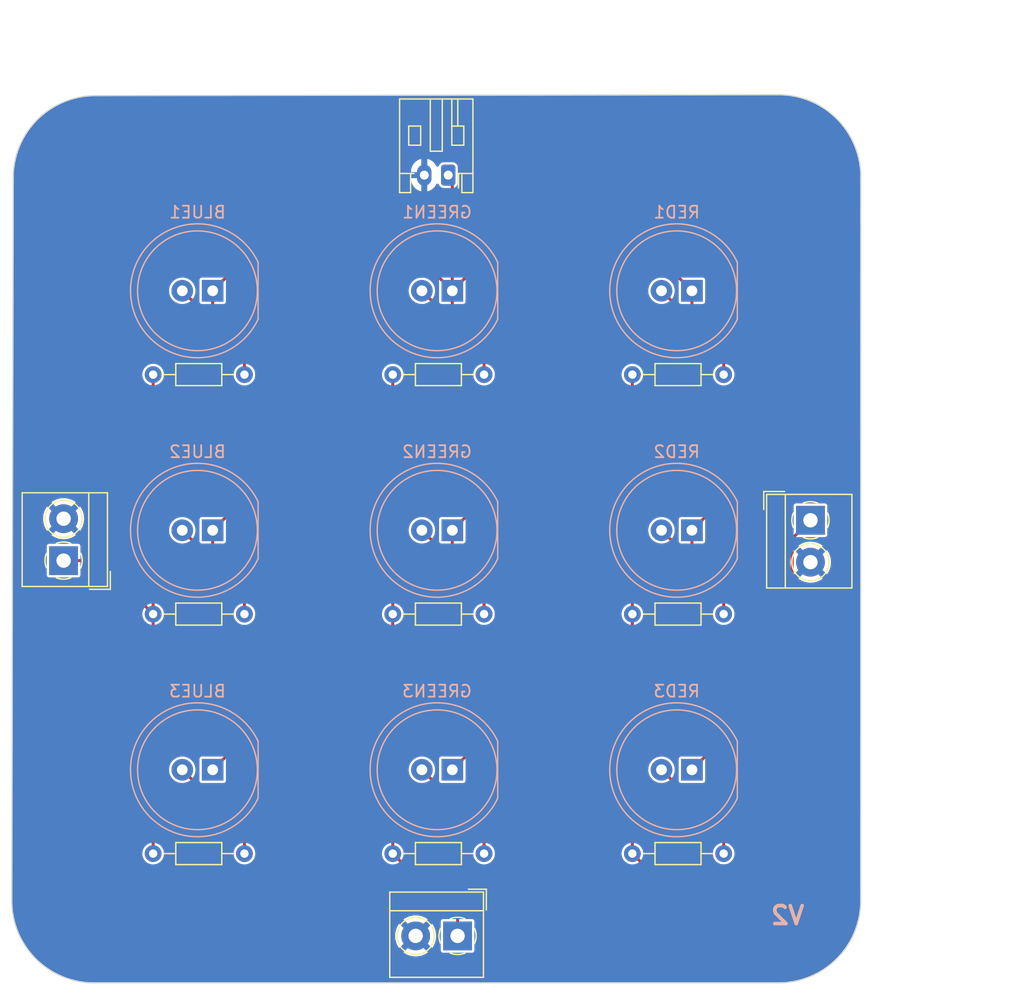
<source format=kicad_pcb>
(kicad_pcb (version 20210228) (generator pcbnew)
  (layers (0 "F.Cu" signal) (31 "B.Cu" signal) (34 "B.Paste" user) (35 "F.Paste" user) (36 "B.SilkS" user "B.Silkscreen") (37 "F.SilkS" user "F.Silkscreen") (38 "B.Mask" user) (39 "F.Mask" user) (44 "Edge.Cuts" user))
  (net 0 "")
  (net 1 "Net-(BLUE1-Pad2)")
  (net 2 "+BATT")
  (net 3 "Net-(BLUE2-Pad2)")
  (net 4 "Net-(BLUE3-Pad2)")
  (net 5 "Net-(GREEN1-Pad2)")
  (net 6 "Net-(GREEN2-Pad2)")
  (net 7 "Net-(GREEN3-Pad2)")
  (net 8 "GND")
  (net 9 "Net-(R4-Pad1)")
  (net 10 "Net-(R5-Pad1)")
  (net 11 "Net-(R6-Pad1)")
  (net 12 "Net-(R1-Pad2)")
  (net 13 "Net-(R4-Pad2)")
  (net 14 "Net-(R7-Pad2)")
  (footprint "Resistor_THT:R_Axial_DIN0204_L3.6mm_D1.6mm_P7.62mm_Horizontal" (layer "F.Cu") (at 156.26 71.8875 180)
    (fp_text reference "R7")
    (fp_text value "110")
    (fp_line (start 5.73 -0.92) (end 1.89 -0.92) (layer "F.SilkS") (width 0.12))
    (fp_line (start 1.89 -0.92) (end 1.89 0.92) (layer "F.SilkS") (width 0.12))
    (fp_line (start 0.94 0) (end 1.89 0) (layer "F.SilkS") (width 0.12))
    (fp_line (start 6.68 0) (end 5.73 0) (layer "F.SilkS") (width 0.12))
    (fp_line (start 5.73 0.92) (end 5.73 -0.92) (layer "F.SilkS") (width 0.12))
    (fp_line (start 1.89 0.92) (end 5.73 0.92) (layer "F.SilkS") (width 0.12))
    (pad "1" thru_hole circle (at 0 0 180) (size 1.4 1.4) (drill 0.7) (layers *.Cu *.Mask) (net 5 "Net-(GREEN1-Pad2)"))
    (pad "2" thru_hole oval (at 7.62 0 180) (size 1.4 1.4) (drill 0.7) (layers *.Cu *.Mask) (net 14 "Net-(R7-Pad2)"))
  )
  (footprint "TerminalBlock_4Ucon:TerminalBlock_4Ucon_1x02_P3.50mm_Horizontal" (layer "F.Cu") (at 121.165 87.41875 90)
    (fp_text reference "SW1")
    (fp_text value "SW_Push")
    (fp_line (start -2.16 2.1) (end 5.66 2.1) (layer "F.SilkS") (width 0.12))
    (fp_line (start -2.16 -3.46) (end 5.66 -3.46) (layer "F.SilkS") (width 0.12))
    (fp_line (start -2.16 -3.46) (end -2.16 3.66) (layer "F.SilkS") (width 0.12))
    (fp_line (start -2.4 2.16) (end -2.4 3.9) (layer "F.SilkS") (width 0.12))
    (fp_line (start -2.4 3.9) (end -0.9 3.9) (layer "F.SilkS") (width 0.12))
    (fp_line (start -2.16 3.66) (end 5.66 3.66) (layer "F.SilkS") (width 0.12))
    (fp_line (start 5.66 -3.46) (end 5.66 3.66) (layer "F.SilkS") (width 0.12))
    (fp_arc (start 0 0) (end 0 1.555) (angle -23) (layer "F.SilkS") (width 0.12))
    (fp_arc (start 0 0) (end -1.432 -0.608) (angle -46) (layer "F.SilkS") (width 0.12))
    (fp_arc (start 0 0) (end 1.432 0.608) (angle -46) (layer "F.SilkS") (width 0.12))
    (fp_arc (start 0 0) (end -0.608 1.432) (angle -24) (layer "F.SilkS") (width 0.12))
    (fp_arc (start 0 0) (end 0.608 -1.432) (angle -46) (layer "F.SilkS") (width 0.12))
    (fp_circle (center 3.5 0) (end 5.055 0) (layer "F.SilkS") (width 0.12) (fill none))
    (pad "1" thru_hole rect (at 0 0 90) (size 2.4 2.4) (drill 1.2) (layers *.Cu *.Mask) (net 12 "Net-(R1-Pad2)"))
    (pad "2" thru_hole circle (at 3.5 0 90) (size 2.4 2.4) (drill 1.2) (layers *.Cu *.Mask) (net 8 "GND"))
  )
  (footprint "Resistor_THT:R_Axial_DIN0204_L3.6mm_D1.6mm_P7.62mm_Horizontal" (layer "F.Cu") (at 176.26 71.8875 180)
    (fp_text reference "R4")
    (fp_text value "110")
    (fp_line (start 5.73 0.92) (end 5.73 -0.92) (layer "F.SilkS") (width 0.12))
    (fp_line (start 1.89 -0.92) (end 1.89 0.92) (layer "F.SilkS") (width 0.12))
    (fp_line (start 1.89 0.92) (end 5.73 0.92) (layer "F.SilkS") (width 0.12))
    (fp_line (start 5.73 -0.92) (end 1.89 -0.92) (layer "F.SilkS") (width 0.12))
    (fp_line (start 6.68 0) (end 5.73 0) (layer "F.SilkS") (width 0.12))
    (fp_line (start 0.94 0) (end 1.89 0) (layer "F.SilkS") (width 0.12))
    (pad "1" thru_hole circle (at 0 0 180) (size 1.4 1.4) (drill 0.7) (layers *.Cu *.Mask) (net 9 "Net-(R4-Pad1)"))
    (pad "2" thru_hole oval (at 7.62 0 180) (size 1.4 1.4) (drill 0.7) (layers *.Cu *.Mask) (net 13 "Net-(R4-Pad2)"))
  )
  (footprint "Resistor_THT:R_Axial_DIN0204_L3.6mm_D1.6mm_P7.62mm_Horizontal" (layer "F.Cu") (at 176.26 91.8875 180)
    (fp_text reference "R5")
    (fp_text value "110")
    (fp_line (start 0.94 0) (end 1.89 0) (layer "F.SilkS") (width 0.12))
    (fp_line (start 1.89 0.92) (end 5.73 0.92) (layer "F.SilkS") (width 0.12))
    (fp_line (start 1.89 -0.92) (end 1.89 0.92) (layer "F.SilkS") (width 0.12))
    (fp_line (start 6.68 0) (end 5.73 0) (layer "F.SilkS") (width 0.12))
    (fp_line (start 5.73 0.92) (end 5.73 -0.92) (layer "F.SilkS") (width 0.12))
    (fp_line (start 5.73 -0.92) (end 1.89 -0.92) (layer "F.SilkS") (width 0.12))
    (pad "1" thru_hole circle (at 0 0 180) (size 1.4 1.4) (drill 0.7) (layers *.Cu *.Mask) (net 10 "Net-(R5-Pad1)"))
    (pad "2" thru_hole oval (at 7.62 0 180) (size 1.4 1.4) (drill 0.7) (layers *.Cu *.Mask) (net 13 "Net-(R4-Pad2)"))
  )
  (footprint "art:drawing" (layer "F.Cu") (at 142.345232 95.318579)
    (fp_text reference "Ref**" hide)
    (fp_text value "Val**" hide)
    (fp_poly (pts (xy -0.337085 -1.578069) (xy -0.167054 -1.519732) (xy -0.015733 -1.431516) (xy 0.039582 -1.386384) (xy 0.127 -1.307407) (xy 0.214418 -1.386384) (xy 0.354763 -1.486232) (xy 0.518238 -1.557453) (xy 0.69429 -1.59706) (xy 0.872365 -1.602066) (xy 0.945053 -1.593161) (xy 1.136725 -1.540014) (xy 1.308834 -1.451908) (xy 1.458402 -1.332835) (xy 1.582448 -1.186788) (xy 1.677993 -1.017757) (xy 1.742057 -0.829736) (xy 1.771659 -0.626715) (xy 1.770897 -0.486833) (xy 1.738755 -0.26962) (xy 1.672074 -0.075633) (xy 1.600263 0.052917) (xy 1.575518 0.084412) (xy 1.526509 0.142007) (xy 1.456546 0.222068) (xy 1.368938 0.320959) (xy 1.266997 0.435047) (xy 1.154031 0.560697) (xy 1.03335 0.694272) (xy 0.908265 0.83214) (xy 0.782085 0.970665) (xy 0.658121 1.106212) (xy 0.539682 1.235147) (xy 0.430078 1.353835) (xy 0.33262 1.45864) (xy 0.250616 1.545929) (xy 0.187377 1.612067) (xy 0.146213 1.653418) (xy 0.130992 1.666384) (xy 0.114243 1.652212) (xy 0.07175 1.609725) (xy 0.006301 1.541883) (xy -0.079314 1.451644) (xy -0.182307 1.341966) (xy -0.299888 1.215808) (xy -0.429268 1.076128) (xy -0.56766 0.925885) (xy -0.590295 0.901235) (xy -0.732322 0.745875) (xy -0.867257 0.597079) (xy -0.992033 0.45831) (xy -1.103582 0.333037) (xy -1.198837 0.224723) (xy -1.27473 0.136836) (xy -1.328196 0.072842) (xy -1.356165 0.036206) (xy -1.357051 0.034816) (xy -1.433503 -0.109561) (xy -1.482447 -0.257737) (xy -1.507278 -0.422525) (xy -1.512122 -0.550333) (xy -1.510167 -0.670051) (xy -1.502126 -0.762622) (xy -1.48604 -0.84303) (xy -1.464764 -0.912464) (xy -1.378145 -1.105715) (xy -1.2619 -1.271472) (xy -1.119003 -1.407119) (xy -0.952431 -1.510039) (xy -0.765157 -1.577613) (xy -0.691053 -1.593161) (xy -0.515269 -1.603541) (xy -0.337085 -1.578069)) (layer "F.Cu") (width 0.01) (fill solid))
  )
  (footprint "TerminalBlock_4Ucon:TerminalBlock_4Ucon_1x02_P3.50mm_Horizontal" (layer "F.Cu") (at 183.505 84.05 -90)
    (fp_text reference "SW2")
    (fp_text value "SW_Push")
    (fp_line (start -2.16 3.66) (end 5.66 3.66) (layer "F.SilkS") (width 0.12))
    (fp_line (start -2.16 -3.46) (end -2.16 3.66) (layer "F.SilkS") (width 0.12))
    (fp_line (start -2.16 -3.46) (end 5.66 -3.46) (layer "F.SilkS") (width 0.12))
    (fp_line (start -2.4 2.16) (end -2.4 3.9) (layer "F.SilkS") (width 0.12))
    (fp_line (start 5.66 -3.46) (end 5.66 3.66) (layer "F.SilkS") (width 0.12))
    (fp_line (start -2.16 2.1) (end 5.66 2.1) (layer "F.SilkS") (width 0.12))
    (fp_line (start -2.4 3.9) (end -0.9 3.9) (layer "F.SilkS") (width 0.12))
    (fp_arc (start 0 0) (end -1.432 -0.608) (angle -46) (layer "F.SilkS") (width 0.12))
    (fp_arc (start 0 0) (end 0 1.555) (angle -23) (layer "F.SilkS") (width 0.12))
    (fp_arc (start 0 0) (end 0.608 -1.432) (angle -46) (layer "F.SilkS") (width 0.12))
    (fp_arc (start 0 0) (end 1.432 0.608) (angle -46) (layer "F.SilkS") (width 0.12))
    (fp_arc (start 0 0) (end -0.608 1.432) (angle -24) (layer "F.SilkS") (width 0.12))
    (fp_circle (center 3.5 0) (end 5.055 0) (layer "F.SilkS") (width 0.12) (fill none))
    (pad "1" thru_hole rect (at 0 0 270) (size 2.4 2.4) (drill 1.2) (layers *.Cu *.Mask) (net 13 "Net-(R4-Pad2)"))
    (pad "2" thru_hole circle (at 3.5 0 270) (size 2.4 2.4) (drill 1.2) (layers *.Cu *.Mask) (net 8 "GND"))
  )
  (footprint "Resistor_THT:R_Axial_DIN0204_L3.6mm_D1.6mm_P7.62mm_Horizontal" (layer "F.Cu") (at 136.26 71.8875 180)
    (fp_text reference "R1")
    (fp_text value "110")
    (fp_line (start 0.94 0) (end 1.89 0) (layer "F.SilkS") (width 0.12))
    (fp_line (start 5.73 -0.92) (end 1.89 -0.92) (layer "F.SilkS") (width 0.12))
    (fp_line (start 5.73 0.92) (end 5.73 -0.92) (layer "F.SilkS") (width 0.12))
    (fp_line (start 6.68 0) (end 5.73 0) (layer "F.SilkS") (width 0.12))
    (fp_line (start 1.89 -0.92) (end 1.89 0.92) (layer "F.SilkS") (width 0.12))
    (fp_line (start 1.89 0.92) (end 5.73 0.92) (layer "F.SilkS") (width 0.12))
    (pad "1" thru_hole circle (at 0 0 180) (size 1.4 1.4) (drill 0.7) (layers *.Cu *.Mask) (net 1 "Net-(BLUE1-Pad2)"))
    (pad "2" thru_hole oval (at 7.62 0 180) (size 1.4 1.4) (drill 0.7) (layers *.Cu *.Mask) (net 12 "Net-(R1-Pad2)"))
  )
  (footprint "Resistor_THT:R_Axial_DIN0204_L3.6mm_D1.6mm_P7.62mm_Horizontal" (layer "F.Cu") (at 156.26 111.8875 180)
    (fp_text reference "R9")
    (fp_text value "110")
    (fp_line (start 5.73 0.92) (end 5.73 -0.92) (layer "F.SilkS") (width 0.12))
    (fp_line (start 0.94 0) (end 1.89 0) (layer "F.SilkS") (width 0.12))
    (fp_line (start 5.73 -0.92) (end 1.89 -0.92) (layer "F.SilkS") (width 0.12))
    (fp_line (start 1.89 0.92) (end 5.73 0.92) (layer "F.SilkS") (width 0.12))
    (fp_line (start 6.68 0) (end 5.73 0) (layer "F.SilkS") (width 0.12))
    (fp_line (start 1.89 -0.92) (end 1.89 0.92) (layer "F.SilkS") (width 0.12))
    (pad "1" thru_hole circle (at 0 0 180) (size 1.4 1.4) (drill 0.7) (layers *.Cu *.Mask) (net 7 "Net-(GREEN3-Pad2)"))
    (pad "2" thru_hole oval (at 7.62 0 180) (size 1.4 1.4) (drill 0.7) (layers *.Cu *.Mask) (net 14 "Net-(R7-Pad2)"))
  )
  (footprint "Resistor_THT:R_Axial_DIN0204_L3.6mm_D1.6mm_P7.62mm_Horizontal" (layer "F.Cu") (at 156.26 91.8875 180)
    (fp_text reference "R8")
    (fp_text value "110")
    (fp_line (start 1.89 0.92) (end 5.73 0.92) (layer "F.SilkS") (width 0.12))
    (fp_line (start 5.73 -0.92) (end 1.89 -0.92) (layer "F.SilkS") (width 0.12))
    (fp_line (start 0.94 0) (end 1.89 0) (layer "F.SilkS") (width 0.12))
    (fp_line (start 5.73 0.92) (end 5.73 -0.92) (layer "F.SilkS") (width 0.12))
    (fp_line (start 1.89 -0.92) (end 1.89 0.92) (layer "F.SilkS") (width 0.12))
    (fp_line (start 6.68 0) (end 5.73 0) (layer "F.SilkS") (width 0.12))
    (pad "1" thru_hole circle (at 0 0 180) (size 1.4 1.4) (drill 0.7) (layers *.Cu *.Mask) (net 6 "Net-(GREEN2-Pad2)"))
    (pad "2" thru_hole oval (at 7.62 0 180) (size 1.4 1.4) (drill 0.7) (layers *.Cu *.Mask) (net 14 "Net-(R7-Pad2)"))
  )
  (footprint "art:drawing" (layer "F.Cu") (at 162.345232 95.318579)
    (fp_text reference "Ref**" hide)
    (fp_text value "Val**" hide)
    (fp_poly (pts (xy -0.337085 -1.578069) (xy -0.167054 -1.519732) (xy -0.015733 -1.431516) (xy 0.039582 -1.386384) (xy 0.127 -1.307407) (xy 0.214418 -1.386384) (xy 0.354763 -1.486232) (xy 0.518238 -1.557453) (xy 0.69429 -1.59706) (xy 0.872365 -1.602066) (xy 0.945053 -1.593161) (xy 1.136725 -1.540014) (xy 1.308834 -1.451908) (xy 1.458402 -1.332835) (xy 1.582448 -1.186788) (xy 1.677993 -1.017757) (xy 1.742057 -0.829736) (xy 1.771659 -0.626715) (xy 1.770897 -0.486833) (xy 1.738755 -0.26962) (xy 1.672074 -0.075633) (xy 1.600263 0.052917) (xy 1.575518 0.084412) (xy 1.526509 0.142007) (xy 1.456546 0.222068) (xy 1.368938 0.320959) (xy 1.266997 0.435047) (xy 1.154031 0.560697) (xy 1.03335 0.694272) (xy 0.908265 0.83214) (xy 0.782085 0.970665) (xy 0.658121 1.106212) (xy 0.539682 1.235147) (xy 0.430078 1.353835) (xy 0.33262 1.45864) (xy 0.250616 1.545929) (xy 0.187377 1.612067) (xy 0.146213 1.653418) (xy 0.130992 1.666384) (xy 0.114243 1.652212) (xy 0.07175 1.609725) (xy 0.006301 1.541883) (xy -0.079314 1.451644) (xy -0.182307 1.341966) (xy -0.299888 1.215808) (xy -0.429268 1.076128) (xy -0.56766 0.925885) (xy -0.590295 0.901235) (xy -0.732322 0.745875) (xy -0.867257 0.597079) (xy -0.992033 0.45831) (xy -1.103582 0.333037) (xy -1.198837 0.224723) (xy -1.27473 0.136836) (xy -1.328196 0.072842) (xy -1.356165 0.036206) (xy -1.357051 0.034816) (xy -1.433503 -0.109561) (xy -1.482447 -0.257737) (xy -1.507278 -0.422525) (xy -1.512122 -0.550333) (xy -1.510167 -0.670051) (xy -1.502126 -0.762622) (xy -1.48604 -0.84303) (xy -1.464764 -0.912464) (xy -1.378145 -1.105715) (xy -1.2619 -1.271472) (xy -1.119003 -1.407119) (xy -0.952431 -1.510039) (xy -0.765157 -1.577613) (xy -0.691053 -1.593161) (xy -0.515269 -1.603541) (xy -0.337085 -1.578069)) (layer "F.Cu") (width 0.01) (fill solid))
  )
  (footprint "art:drawing" (layer "F.Cu") (at 142.345232 75.318579)
    (fp_text reference "Ref**" hide)
    (fp_text value "Val**" hide)
    (fp_poly (pts (xy -0.337085 -1.578069) (xy -0.167054 -1.519732) (xy -0.015733 -1.431516) (xy 0.039582 -1.386384) (xy 0.127 -1.307407) (xy 0.214418 -1.386384) (xy 0.354763 -1.486232) (xy 0.518238 -1.557453) (xy 0.69429 -1.59706) (xy 0.872365 -1.602066) (xy 0.945053 -1.593161) (xy 1.136725 -1.540014) (xy 1.308834 -1.451908) (xy 1.458402 -1.332835) (xy 1.582448 -1.186788) (xy 1.677993 -1.017757) (xy 1.742057 -0.829736) (xy 1.771659 -0.626715) (xy 1.770897 -0.486833) (xy 1.738755 -0.26962) (xy 1.672074 -0.075633) (xy 1.600263 0.052917) (xy 1.575518 0.084412) (xy 1.526509 0.142007) (xy 1.456546 0.222068) (xy 1.368938 0.320959) (xy 1.266997 0.435047) (xy 1.154031 0.560697) (xy 1.03335 0.694272) (xy 0.908265 0.83214) (xy 0.782085 0.970665) (xy 0.658121 1.106212) (xy 0.539682 1.235147) (xy 0.430078 1.353835) (xy 0.33262 1.45864) (xy 0.250616 1.545929) (xy 0.187377 1.612067) (xy 0.146213 1.653418) (xy 0.130992 1.666384) (xy 0.114243 1.652212) (xy 0.07175 1.609725) (xy 0.006301 1.541883) (xy -0.079314 1.451644) (xy -0.182307 1.341966) (xy -0.299888 1.215808) (xy -0.429268 1.076128) (xy -0.56766 0.925885) (xy -0.590295 0.901235) (xy -0.732322 0.745875) (xy -0.867257 0.597079) (xy -0.992033 0.45831) (xy -1.103582 0.333037) (xy -1.198837 0.224723) (xy -1.27473 0.136836) (xy -1.328196 0.072842) (xy -1.356165 0.036206) (xy -1.357051 0.034816) (xy -1.433503 -0.109561) (xy -1.482447 -0.257737) (xy -1.507278 -0.422525) (xy -1.512122 -0.550333) (xy -1.510167 -0.670051) (xy -1.502126 -0.762622) (xy -1.48604 -0.84303) (xy -1.464764 -0.912464) (xy -1.378145 -1.105715) (xy -1.2619 -1.271472) (xy -1.119003 -1.407119) (xy -0.952431 -1.510039) (xy -0.765157 -1.577613) (xy -0.691053 -1.593161) (xy -0.515269 -1.603541) (xy -0.337085 -1.578069)) (layer "F.Cu") (width 0.01) (fill solid))
  )
  (footprint "Connector_JST:JST_PH_S2B-PH-K_1x02_P2.00mm_Horizontal" (layer "F.Cu") (at 153.27 55.23 180)
    (fp_text reference "J1")
    (fp_text value "Screw_Terminal_01x02")
    (fp_line (start -0.3 2.5) (end -1.3 2.5) (layer "F.SilkS") (width 0.12))
    (fp_line (start 2.3 2.5) (end 3.3 2.5) (layer "F.SilkS") (width 0.12))
    (fp_line (start -1.14 -1.46) (end -2.06 -1.46) (layer "F.SilkS") (width 0.12))
    (fp_line (start 4.06 -1.46) (end 3.14 -1.46) (layer "F.SilkS") (width 0.12))
    (fp_line (start 3.3 2.5) (end 3.3 4.1) (layer "F.SilkS") (width 0.12))
    (fp_line (start -2.06 -1.46) (end -2.06 6.36) (layer "F.SilkS") (width 0.12))
    (fp_line (start -1.14 0.14) (end -1.14 -1.46) (layer "F.SilkS") (width 0.12))
    (fp_line (start -0.86 0.14) (end -0.86 -1.075) (layer "F.SilkS") (width 0.12))
    (fp_line (start 0.5 6.36) (end 0.5 2) (layer "F.SilkS") (width 0.12))
    (fp_line (start 1.5 2) (end 1.5 6.36) (layer "F.SilkS") (width 0.12))
    (fp_line (start 3.3 4.1) (end 2.3 4.1) (layer "F.SilkS") (width 0.12))
    (fp_line (start 3.14 -1.46) (end 3.14 0.14) (layer "F.SilkS") (width 0.12))
    (fp_line (start -2.06 0.14) (end -1.14 0.14) (layer "F.SilkS") (width 0.12))
    (fp_line (start -0.3 4.1) (end -0.3 2.5) (layer "F.SilkS") (width 0.12))
    (fp_line (start 4.06 0.14) (end 3.14 0.14) (layer "F.SilkS") (width 0.12))
    (fp_line (start -2.06 6.36) (end 4.06 6.36) (layer "F.SilkS") (width 0.12))
    (fp_line (start -1.3 2.5) (end -1.3 4.1) (layer "F.SilkS") (width 0.12))
    (fp_line (start 0.5 2) (end 1.5 2) (layer "F.SilkS") (width 0.12))
    (fp_line (start -1.3 4.1) (end -0.3 4.1) (layer "F.SilkS") (width 0.12))
    (fp_line (start 2.3 4.1) (end 2.3 2.5) (layer "F.SilkS") (width 0.12))
    (fp_line (start -0.86 0.14) (end -1.14 0.14) (layer "F.SilkS") (width 0.12))
    (fp_line (start 3.14 0.14) (end 2.86 0.14) (layer "F.SilkS") (width 0.12))
    (fp_line (start -0.8 4.1) (end -0.8 6.36) (layer "F.SilkS") (width 0.12))
    (fp_line (start -0.3 4.1) (end -0.3 6.36) (layer "F.SilkS") (width 0.12))
    (fp_line (start 4.06 6.36) (end 4.06 -1.46) (layer "F.SilkS") (width 0.12))
    (pad "1" thru_hole roundrect (at 0 0 180) (size 1.2 1.75) (drill 0.75) (layers *.Cu *.Mask) (roundrect_rratio 0.2083333333333333) (net 2 "+BATT"))
    (pad "2" thru_hole oval (at 2 0 180) (size 1.2 1.75) (drill 0.75) (layers *.Cu *.Mask) (net 8 "GND"))
  )
  (footprint "art:drawing" (layer "F.Cu") (at 162.345232 75.318579)
    (fp_text reference "Ref**" hide)
    (fp_text value "Val**" hide)
    (fp_poly (pts (xy -0.337085 -1.578069) (xy -0.167054 -1.519732) (xy -0.015733 -1.431516) (xy 0.039582 -1.386384) (xy 0.127 -1.307407) (xy 0.214418 -1.386384) (xy 0.354763 -1.486232) (xy 0.518238 -1.557453) (xy 0.69429 -1.59706) (xy 0.872365 -1.602066) (xy 0.945053 -1.593161) (xy 1.136725 -1.540014) (xy 1.308834 -1.451908) (xy 1.458402 -1.332835) (xy 1.582448 -1.186788) (xy 1.677993 -1.017757) (xy 1.742057 -0.829736) (xy 1.771659 -0.626715) (xy 1.770897 -0.486833) (xy 1.738755 -0.26962) (xy 1.672074 -0.075633) (xy 1.600263 0.052917) (xy 1.575518 0.084412) (xy 1.526509 0.142007) (xy 1.456546 0.222068) (xy 1.368938 0.320959) (xy 1.266997 0.435047) (xy 1.154031 0.560697) (xy 1.03335 0.694272) (xy 0.908265 0.83214) (xy 0.782085 0.970665) (xy 0.658121 1.106212) (xy 0.539682 1.235147) (xy 0.430078 1.353835) (xy 0.33262 1.45864) (xy 0.250616 1.545929) (xy 0.187377 1.612067) (xy 0.146213 1.653418) (xy 0.130992 1.666384) (xy 0.114243 1.652212) (xy 0.07175 1.609725) (xy 0.006301 1.541883) (xy -0.079314 1.451644) (xy -0.182307 1.341966) (xy -0.299888 1.215808) (xy -0.429268 1.076128) (xy -0.56766 0.925885) (xy -0.590295 0.901235) (xy -0.732322 0.745875) (xy -0.867257 0.597079) (xy -0.992033 0.45831) (xy -1.103582 0.333037) (xy -1.198837 0.224723) (xy -1.27473 0.136836) (xy -1.328196 0.072842) (xy -1.356165 0.036206) (xy -1.357051 0.034816) (xy -1.433503 -0.109561) (xy -1.482447 -0.257737) (xy -1.507278 -0.422525) (xy -1.512122 -0.550333) (xy -1.510167 -0.670051) (xy -1.502126 -0.762622) (xy -1.48604 -0.84303) (xy -1.464764 -0.912464) (xy -1.378145 -1.105715) (xy -1.2619 -1.271472) (xy -1.119003 -1.407119) (xy -0.952431 -1.510039) (xy -0.765157 -1.577613) (xy -0.691053 -1.593161) (xy -0.515269 -1.603541) (xy -0.337085 -1.578069)) (layer "F.Cu") (width 0.01) (fill solid))
  )
  (footprint "Resistor_THT:R_Axial_DIN0204_L3.6mm_D1.6mm_P7.62mm_Horizontal" (layer "F.Cu") (at 136.26 91.8875 180)
    (fp_text reference "R2")
    (fp_text value "110")
    (fp_line (start 1.89 0.92) (end 5.73 0.92) (layer "F.SilkS") (width 0.12))
    (fp_line (start 5.73 -0.92) (end 1.89 -0.92) (layer "F.SilkS") (width 0.12))
    (fp_line (start 6.68 0) (end 5.73 0) (layer "F.SilkS") (width 0.12))
    (fp_line (start 1.89 -0.92) (end 1.89 0.92) (layer "F.SilkS") (width 0.12))
    (fp_line (start 5.73 0.92) (end 5.73 -0.92) (layer "F.SilkS") (width 0.12))
    (fp_line (start 0.94 0) (end 1.89 0) (layer "F.SilkS") (width 0.12))
    (pad "1" thru_hole circle (at 0 0 180) (size 1.4 1.4) (drill 0.7) (layers *.Cu *.Mask) (net 3 "Net-(BLUE2-Pad2)"))
    (pad "2" thru_hole oval (at 7.62 0 180) (size 1.4 1.4) (drill 0.7) (layers *.Cu *.Mask) (net 12 "Net-(R1-Pad2)"))
  )
  (footprint "TerminalBlock_4Ucon:TerminalBlock_4Ucon_1x02_P3.50mm_Horizontal" (layer "F.Cu") (at 154.05 118.76 180)
    (fp_text reference "SW3")
    (fp_text value "SW_Push")
    (fp_line (start -2.16 -3.46) (end -2.16 3.66) (layer "F.SilkS") (width 0.12))
    (fp_line (start 5.66 -3.46) (end 5.66 3.66) (layer "F.SilkS") (width 0.12))
    (fp_line (start -2.16 -3.46) (end 5.66 -3.46) (layer "F.SilkS") (width 0.12))
    (fp_line (start -2.4 3.9) (end -0.9 3.9) (layer "F.SilkS") (width 0.12))
    (fp_line (start -2.16 3.66) (end 5.66 3.66) (layer "F.SilkS") (width 0.12))
    (fp_line (start -2.4 2.16) (end -2.4 3.9) (layer "F.SilkS") (width 0.12))
    (fp_line (start -2.16 2.1) (end 5.66 2.1) (layer "F.SilkS") (width 0.12))
    (fp_arc (start 0 0) (end 0.608 -1.432) (angle -46) (layer "F.SilkS") (width 0.12))
    (fp_arc (start 0 0) (end 1.432 0.608) (angle -46) (layer "F.SilkS") (width 0.12))
    (fp_arc (start 0 0) (end -0.608 1.432) (angle -24) (layer "F.SilkS") (width 0.12))
    (fp_arc (start 0 0) (end 0 1.555) (angle -23) (layer "F.SilkS") (width 0.12))
    (fp_arc (start 0 0) (end -1.432 -0.608) (angle -46) (layer "F.SilkS") (width 0.12))
    (fp_circle (center 3.5 0) (end 5.055 0) (layer "F.SilkS") (width 0.12) (fill none))
    (pad "1" thru_hole rect (at 0 0 180) (size 2.4 2.4) (drill 1.2) (layers *.Cu *.Mask) (net 14 "Net-(R7-Pad2)"))
    (pad "2" thru_hole circle (at 3.5 0 180) (size 2.4 2.4) (drill 1.2) (layers *.Cu *.Mask) (net 8 "GND"))
  )
  (footprint "Resistor_THT:R_Axial_DIN0204_L3.6mm_D1.6mm_P7.62mm_Horizontal" (layer "F.Cu") (at 136.26 111.8875 180)
    (fp_text reference "R3")
    (fp_text value "110")
    (fp_line (start 6.68 0) (end 5.73 0) (layer "F.SilkS") (width 0.12))
    (fp_line (start 1.89 0.92) (end 5.73 0.92) (layer "F.SilkS") (width 0.12))
    (fp_line (start 5.73 0.92) (end 5.73 -0.92) (layer "F.SilkS") (width 0.12))
    (fp_line (start 5.73 -0.92) (end 1.89 -0.92) (layer "F.SilkS") (width 0.12))
    (fp_line (start 1.89 -0.92) (end 1.89 0.92) (layer "F.SilkS") (width 0.12))
    (fp_line (start 0.94 0) (end 1.89 0) (layer "F.SilkS") (width 0.12))
    (pad "1" thru_hole circle (at 0 0 180) (size 1.4 1.4) (drill 0.7) (layers *.Cu *.Mask) (net 4 "Net-(BLUE3-Pad2)"))
    (pad "2" thru_hole oval (at 7.62 0 180) (size 1.4 1.4) (drill 0.7) (layers *.Cu *.Mask) (net 12 "Net-(R1-Pad2)"))
  )
  (footprint "Resistor_THT:R_Axial_DIN0204_L3.6mm_D1.6mm_P7.62mm_Horizontal" (layer "F.Cu") (at 176.26 111.8875 180)
    (fp_text reference "R6")
    (fp_text value "110")
    (fp_line (start 5.73 -0.92) (end 1.89 -0.92) (layer "F.SilkS") (width 0.12))
    (fp_line (start 5.73 0.92) (end 5.73 -0.92) (layer "F.SilkS") (width 0.12))
    (fp_line (start 0.94 0) (end 1.89 0) (layer "F.SilkS") (width 0.12))
    (fp_line (start 6.68 0) (end 5.73 0) (layer "F.SilkS") (width 0.12))
    (fp_line (start 1.89 0.92) (end 5.73 0.92) (layer "F.SilkS") (width 0.12))
    (fp_line (start 1.89 -0.92) (end 1.89 0.92) (layer "F.SilkS") (width 0.12))
    (pad "1" thru_hole circle (at 0 0 180) (size 1.4 1.4) (drill 0.7) (layers *.Cu *.Mask) (net 11 "Net-(R6-Pad1)"))
    (pad "2" thru_hole oval (at 7.62 0 180) (size 1.4 1.4) (drill 0.7) (layers *.Cu *.Mask) (net 13 "Net-(R4-Pad2)"))
  )
  (footprint "LED_THT:LED_D10.0mm" (layer "B.Cu") (at 153.61 64.8875 180)
    (fp_text reference "GREEN1" (at 1.27 6.56) (layer "B.SilkS") (effects (justify mirror)))
    (fp_text value "LED")
    (fp_line (start -3.79 2.376) (end -3.79 -2.376) (layer "B.SilkS") (width 0.12))
    (fp_arc (start 1.27 0) (end -3.79 2.375816) (angle -154.8) (layer "B.SilkS") (width 0.12))
    (fp_arc (start 1.27 0) (end -3.79 -2.375816) (angle 154.8) (layer "B.SilkS") (width 0.12))
    (fp_circle (center 1.27 0) (end 6.27 0) (layer "B.SilkS") (width 0.12) (fill none))
    (pad "1" thru_hole rect (at 0 0 180) (size 1.8 1.8) (drill 0.9) (layers *.Cu *.Mask) (net 2 "+BATT"))
    (pad "2" thru_hole circle (at 2.54 0 180) (size 1.8 1.8) (drill 0.9) (layers *.Cu *.Mask) (net 5 "Net-(GREEN1-Pad2)"))
  )
  (footprint "LED_THT:LED_D10.0mm" (layer "B.Cu") (at 133.61 84.8875 180)
    (fp_text reference "BLUE2" (at 1.27 6.56) (layer "B.SilkS") (effects (justify mirror)))
    (fp_text value "LED")
    (fp_line (start -3.79 2.376) (end -3.79 -2.376) (layer "B.SilkS") (width 0.12))
    (fp_arc (start 1.27 0) (end -3.79 2.375816) (angle -154.8) (layer "B.SilkS") (width 0.12))
    (fp_arc (start 1.27 0) (end -3.79 -2.375816) (angle 154.8) (layer "B.SilkS") (width 0.12))
    (fp_circle (center 1.27 0) (end 6.27 0) (layer "B.SilkS") (width 0.12) (fill none))
    (pad "1" thru_hole rect (at 0 0 180) (size 1.8 1.8) (drill 0.9) (layers *.Cu *.Mask) (net 2 "+BATT"))
    (pad "2" thru_hole circle (at 2.54 0 180) (size 1.8 1.8) (drill 0.9) (layers *.Cu *.Mask) (net 3 "Net-(BLUE2-Pad2)"))
  )
  (footprint "LED_THT:LED_D10.0mm" (layer "B.Cu") (at 133.61 104.8875 180)
    (fp_text reference "BLUE3" (at 1.27 6.56) (layer "B.SilkS") (effects (justify mirror)))
    (fp_text value "LED")
    (fp_line (start -3.79 2.376) (end -3.79 -2.376) (layer "B.SilkS") (width 0.12))
    (fp_arc (start 1.27 0) (end -3.79 -2.375816) (angle 154.8) (layer "B.SilkS") (width 0.12))
    (fp_arc (start 1.27 0) (end -3.79 2.375816) (angle -154.8) (layer "B.SilkS") (width 0.12))
    (fp_circle (center 1.27 0) (end 6.27 0) (layer "B.SilkS") (width 0.12) (fill none))
    (pad "1" thru_hole rect (at 0 0 180) (size 1.8 1.8) (drill 0.9) (layers *.Cu *.Mask) (net 2 "+BATT"))
    (pad "2" thru_hole circle (at 2.54 0 180) (size 1.8 1.8) (drill 0.9) (layers *.Cu *.Mask) (net 4 "Net-(BLUE3-Pad2)"))
  )
  (footprint "LED_THT:LED_D10.0mm" (layer "B.Cu") (at 173.61 84.8875 180)
    (fp_text reference "RED2" (at 1.27 6.56) (layer "B.SilkS") (effects (justify mirror)))
    (fp_text value "LED")
    (fp_line (start -3.79 2.376) (end -3.79 -2.376) (layer "B.SilkS") (width 0.12))
    (fp_arc (start 1.27 0) (end -3.79 2.375816) (angle -154.8) (layer "B.SilkS") (width 0.12))
    (fp_arc (start 1.27 0) (end -3.79 -2.375816) (angle 154.8) (layer "B.SilkS") (width 0.12))
    (fp_circle (center 1.27 0) (end 6.27 0) (layer "B.SilkS") (width 0.12) (fill none))
    (pad "1" thru_hole rect (at 0 0 180) (size 1.8 1.8) (drill 0.9) (layers *.Cu *.Mask) (net 2 "+BATT"))
    (pad "2" thru_hole circle (at 2.54 0 180) (size 1.8 1.8) (drill 0.9) (layers *.Cu *.Mask) (net 10 "Net-(R5-Pad1)"))
  )
  (footprint "LED_THT:LED_D10.0mm" (layer "B.Cu") (at 153.61 84.8875 180)
    (fp_text reference "GREEN2" (at 1.27 6.56) (layer "B.SilkS") (effects (justify mirror)))
    (fp_text value "LED")
    (fp_line (start -3.79 2.376) (end -3.79 -2.376) (layer "B.SilkS") (width 0.12))
    (fp_arc (start 1.27 0) (end -3.79 -2.375816) (angle 154.8) (layer "B.SilkS") (width 0.12))
    (fp_arc (start 1.27 0) (end -3.79 2.375816) (angle -154.8) (layer "B.SilkS") (width 0.12))
    (fp_circle (center 1.27 0) (end 6.27 0) (layer "B.SilkS") (width 0.12) (fill none))
    (pad "1" thru_hole rect (at 0 0 180) (size 1.8 1.8) (drill 0.9) (layers *.Cu *.Mask) (net 2 "+BATT"))
    (pad "2" thru_hole circle (at 2.54 0 180) (size 1.8 1.8) (drill 0.9) (layers *.Cu *.Mask) (net 6 "Net-(GREEN2-Pad2)"))
  )
  (footprint "LED_THT:LED_D10.0mm" (layer "B.Cu") (at 153.61 104.8875 180)
    (fp_text reference "GREEN3" (at 1.27 6.56) (layer "B.SilkS") (effects (justify mirror)))
    (fp_text value "LED")
    (fp_line (start -3.79 2.376) (end -3.79 -2.376) (layer "B.SilkS") (width 0.12))
    (fp_arc (start 1.27 0) (end -3.79 -2.375816) (angle 154.8) (layer "B.SilkS") (width 0.12))
    (fp_arc (start 1.27 0) (end -3.79 2.375816) (angle -154.8) (layer "B.SilkS") (width 0.12))
    (fp_circle (center 1.27 0) (end 6.27 0) (layer "B.SilkS") (width 0.12) (fill none))
    (pad "1" thru_hole rect (at 0 0 180) (size 1.8 1.8) (drill 0.9) (layers *.Cu *.Mask) (net 2 "+BATT"))
    (pad "2" thru_hole circle (at 2.54 0 180) (size 1.8 1.8) (drill 0.9) (layers *.Cu *.Mask) (net 7 "Net-(GREEN3-Pad2)"))
  )
  (footprint "LED_THT:LED_D10.0mm" (layer "B.Cu") (at 133.61 64.8875 180)
    (fp_text reference "BLUE1" (at 1.27 6.56) (layer "B.SilkS") (effects (justify mirror)))
    (fp_text value "LED")
    (fp_line (start -3.79 2.376) (end -3.79 -2.376) (layer "B.SilkS") (width 0.12))
    (fp_arc (start 1.27 0) (end -3.79 2.375816) (angle -154.8) (layer "B.SilkS") (width 0.12))
    (fp_arc (start 1.27 0) (end -3.79 -2.375816) (angle 154.8) (layer "B.SilkS") (width 0.12))
    (fp_circle (center 1.27 0) (end 6.27 0) (layer "B.SilkS") (width 0.12) (fill none))
    (pad "1" thru_hole rect (at 0 0 180) (size 1.8 1.8) (drill 0.9) (layers *.Cu *.Mask) (net 2 "+BATT"))
    (pad "2" thru_hole circle (at 2.54 0 180) (size 1.8 1.8) (drill 0.9) (layers *.Cu *.Mask) (net 1 "Net-(BLUE1-Pad2)"))
  )
  (footprint "LED_THT:LED_D10.0mm" (layer "B.Cu") (at 173.61 104.8875 180)
    (fp_text reference "RED3" (at 1.27 6.56) (layer "B.SilkS") (effects (justify mirror)))
    (fp_text value "LED")
    (fp_line (start -3.79 2.376) (end -3.79 -2.376) (layer "B.SilkS") (width 0.12))
    (fp_arc (start 1.27 0) (end -3.79 -2.375816) (angle 154.8) (layer "B.SilkS") (width 0.12))
    (fp_arc (start 1.27 0) (end -3.79 2.375816) (angle -154.8) (layer "B.SilkS") (width 0.12))
    (fp_circle (center 1.27 0) (end 6.27 0) (layer "B.SilkS") (width 0.12) (fill none))
    (pad "1" thru_hole rect (at 0 0 180) (size 1.8 1.8) (drill 0.9) (layers *.Cu *.Mask) (net 2 "+BATT"))
    (pad "2" thru_hole circle (at 2.54 0 180) (size 1.8 1.8) (drill 0.9) (layers *.Cu *.Mask) (net 11 "Net-(R6-Pad1)"))
  )
  (footprint "LED_THT:LED_D10.0mm" (layer "B.Cu") (at 173.61 64.8875 180)
    (fp_text reference "RED1" (at 1.27 6.56) (layer "B.SilkS") (effects (justify mirror)))
    (fp_text value "LED")
    (fp_line (start -3.79 2.376) (end -3.79 -2.376) (layer "B.SilkS") (width 0.12))
    (fp_arc (start 1.27 0) (end -3.79 2.375816) (angle -154.8) (layer "B.SilkS") (width 0.12))
    (fp_arc (start 1.27 0) (end -3.79 -2.375816) (angle 154.8) (layer "B.SilkS") (width 0.12))
    (fp_circle (center 1.27 0) (end 6.27 0) (layer "B.SilkS") (width 0.12) (fill none))
    (pad "1" thru_hole rect (at 0 0 180) (size 1.8 1.8) (drill 0.9) (layers *.Cu *.Mask) (net 2 "+BATT"))
    (pad "2" thru_hole circle (at 2.54 0 180) (size 1.8 1.8) (drill 0.9) (layers *.Cu *.Mask) (net 9 "Net-(R4-Pad1)"))
  )
  (gr_line (start 123.818 48.592) (end 180.848 48.514) (layer "Edge.Cuts") (width 0.1))
  (gr_line (start 116.84 115.824) (end 116.96 55.45) (layer "Edge.Cuts") (width 0.1))
  (gr_arc (start 123.698 115.824) (end 123.698 122.682) (angle 90) (layer "Edge.Cuts") (width 0.1))
  (gr_line (start 187.706 55.372) (end 187.698662 115.824) (layer "Edge.Cuts") (width 0.1))
  (gr_arc (start 180.848 55.372) (end 180.848 48.514) (angle 90) (layer "Edge.Cuts") (width 0.1))
  (gr_arc (start 180.840662 115.824) (end 187.698662 115.824) (angle 90) (layer "Edge.Cuts") (width 0.1))
  (gr_line (start 180.840662 122.682) (end 123.698 122.682) (layer "Edge.Cuts") (width 0.1))
  (gr_arc (start 123.818 55.45) (end 116.96 55.45) (angle 90) (layer "Edge.Cuts") (width 0.1))
  (gr_text "V2" (at 181.6 117.05) (layer "B.SilkS") (effects (font (size 1.5 1.5) (thickness 0.3)) (justify mirror)))
  (segment (start 136.26 71.8875) (end 136.26 70.0775) (width 0.25) (layer "F.Cu") (net 1))
  (segment (start 136.26 70.0775) (end 131.07 64.8875) (width 0.25) (layer "F.Cu") (net 1))
  (segment (start 153.61 66.66) (end 157.5 70.55) (width 0.25) (layer "F.Cu") (net 2))
  (segment (start 177.285011 81.212489) (end 173.61 84.8875) (width 0.25) (layer "F.Cu") (net 2))
  (segment (start 133.61 66.335) (end 137.285011 70.010011) (width 0.25) (layer "F.Cu") (net 2))
  (segment (start 153.61 86.485) (end 157.285011 90.160011) (width 0.25) (layer "F.Cu") (net 2))
  (segment (start 153.61 64.8875) (end 153.61 66.66) (width 0.25) (layer "F.Cu") (net 2))
  (segment (start 133.61 64.8875) (end 134.835011 63.662489) (width 0.25) (layer "F.Cu") (net 2))
  (segment (start 133.61 84.8875) (end 133.61 86.635) (width 0.25) (layer "F.Cu") (net 2))
  (segment (start 157.285011 90.160011) (end 157.285011 101.212489) (width 0.25) (layer "F.Cu") (net 2))
  (segment (start 154.835011 63.662489) (end 172.384989 63.662489) (width 0.25) (layer "F.Cu") (net 2))
  (segment (start 177.285011 90.285011) (end 177.285011 101.212489) (width 0.25) (layer "F.Cu") (net 2))
  (segment (start 153.61 64.8875) (end 154.835011 63.662489) (width 0.25) (layer "F.Cu") (net 2))
  (segment (start 157.5 80.9975) (end 153.61 84.8875) (width 0.25) (layer "F.Cu") (net 2))
  (segment (start 137.3 90.325) (end 137.3 101.1975) (width 0.25) (layer "F.Cu") (net 2))
  (segment (start 172.384989 63.662489) (end 173.61 64.8875) (width 0.25) (layer "F.Cu") (net 2))
  (segment (start 133.61 64.8875) (end 133.61 66.335) (width 0.25) (layer "F.Cu") (net 2))
  (segment (start 173.61 84.8875) (end 173.61 86.61) (width 0.25) (layer "F.Cu") (net 2))
  (segment (start 153.61 84.8875) (end 153.61 86.485) (width 0.25) (layer "F.Cu") (net 2))
  (segment (start 157.5 70.55) (end 157.5 80.9975) (width 0.25) (layer "F.Cu") (net 2))
  (segment (start 137.285011 81.212489) (end 133.61 84.8875) (width 0.25) (layer "F.Cu") (net 2))
  (segment (start 173.61 86.61) (end 177.285011 90.285011) (width 0.25) (layer "F.Cu") (net 2))
  (segment (start 152.384989 63.662489) (end 153.61 64.8875) (width 0.25) (layer "F.Cu") (net 2))
  (segment (start 157.285011 101.212489) (end 153.61 104.8875) (width 0.25) (layer "F.Cu") (net 2))
  (segment (start 137.3 101.1975) (end 133.61 104.8875) (width 0.25) (layer "F.Cu") (net 2))
  (segment (start 177.285011 69.910011) (end 177.285011 81.212489) (width 0.25) (layer "F.Cu") (net 2))
  (segment (start 137.285011 70.010011) (end 137.285011 81.212489) (width 0.25) (layer "F.Cu") (net 2))
  (segment (start 133.61 86.635) (end 137.3 90.325) (width 0.25) (layer "F.Cu") (net 2))
  (segment (start 153.61 64.8875) (end 153.61 55.57) (width 0.25) (layer "F.Cu") (net 2))
  (segment (start 153.61 55.57) (end 153.27 55.23) (width 0.25) (layer "F.Cu") (net 2))
  (segment (start 173.61 66.235) (end 177.285011 69.910011) (width 0.25) (layer "F.Cu") (net 2))
  (segment (start 173.61 64.8875) (end 173.61 66.235) (width 0.25) (layer "F.Cu") (net 2))
  (segment (start 177.285011 101.212489) (end 173.61 104.8875) (width 0.25) (layer "F.Cu") (net 2))
  (segment (start 134.835011 63.662489) (end 152.384989 63.662489) (width 0.25) (layer "F.Cu") (net 2))
  (segment (start 136.26 91.8875) (end 136.26 90.0775) (width 0.25) (layer "F.Cu") (net 3))
  (segment (start 136.26 90.0775) (end 131.07 84.8875) (width 0.25) (layer "F.Cu") (net 3))
  (segment (start 136.26 111.8875) (end 136.26 110.0775) (width 0.25) (layer "F.Cu") (net 4))
  (segment (start 136.26 110.0775) (end 131.07 104.8875) (width 0.25) (layer "F.Cu") (net 4))
  (segment (start 156.26 71.8875) (end 156.26 70.0775) (width 0.25) (layer "F.Cu") (net 5))
  (segment (start 156.26 70.0775) (end 151.07 64.8875) (width 0.25) (layer "F.Cu") (net 5))
  (segment (start 156.26 91.8875) (end 156.26 90.0775) (width 0.25) (layer "F.Cu") (net 6))
  (segment (start 156.26 90.0775) (end 151.07 84.8875) (width 0.25) (layer "F.Cu") (net 6))
  (segment (start 156.26 111.8875) (end 156.26 110.0775) (width 0.25) (layer "F.Cu") (net 7))
  (segment (start 156.26 110.0775) (end 151.07 104.8875) (width 0.25) (layer "F.Cu") (net 7))
  (segment (start 176.26 71.8875) (end 176.26 70.0775) (width 0.25) (layer "F.Cu") (net 9))
  (segment (start 176.26 70.0775) (end 171.07 64.8875) (width 0.25) (layer "F.Cu") (net 9))
  (segment (start 176.26 90.0775) (end 171.07 84.8875) (width 0.25) (layer "F.Cu") (net 10))
  (segment (start 176.26 91.8875) (end 176.26 90.0775) (width 0.25) (layer "F.Cu") (net 10))
  (segment (start 176.26 110.0775) (end 171.07 104.8875) (width 0.25) (layer "F.Cu") (net 11))
  (segment (start 176.26 111.8875) (end 176.26 110.0775) (width 0.25) (layer "F.Cu") (net 11))
  (segment (start 121.165 87.41875) (end 124.17125 87.41875) (width 0.25) (layer "F.Cu") (net 12))
  (segment (start 128.64 91.8875) (end 128.64 111.8875) (width 0.25) (layer "F.Cu") (net 12))
  (segment (start 128.64 71.8875) (end 128.64 91.8875) (width 0.25) (layer "F.Cu") (net 12))
  (segment (start 124.17125 87.41875) (end 128.64 91.8875) (width 0.25) (layer "F.Cu") (net 12))
  (segment (start 168.64 71.8875) (end 168.64 91.8875) (width 0.25) (layer "F.Cu") (net 13))
  (segment (start 169.665011 112.912511) (end 168.64 111.8875) (width 0.25) (layer "F.Cu") (net 13))
  (segment (start 169 112.2475) (end 168.64 111.8875) (width 0.25) (layer "F.Cu") (net 13))
  (segment (start 181.979989 107.684528) (end 176.752006 112.912511) (width 0.25) (layer "F.Cu") (net 13))
  (segment (start 168.64 91.8875) (end 168.64 111.8875) (width 0.25) (layer "F.Cu") (net 13))
  (segment (start 183.505 84.05) (end 181.979989 85.575011) (width 0.25) (layer "F.Cu") (net 13))
  (segment (start 181.979989 85.575011) (end 181.979989 107.684528) (width 0.25) (layer "F.Cu") (net 13))
  (segment (start 176.752006 112.912511) (end 169.665011 112.912511) (width 0.25) (layer "F.Cu") (net 13))
  (segment (start 148.64 91.8875) (end 148.64 111.8875) (width 0.25) (layer "F.Cu") (net 14))
  (segment (start 154.05 118.76) (end 154.05 117.2975) (width 0.25) (layer "F.Cu") (net 14))
  (segment (start 148.64 71.8875) (end 148.64 91.8875) (width 0.25) (layer "F.Cu") (net 14))
  (segment (start 154.05 117.2975) (end 148.64 111.8875) (width 0.25) (layer "F.Cu") (net 14))
  (zone (net 8) (net_name "GND") (layer "B.Cu") (connect_pads (clearance 0)) (min_thickness 0.254) (fill yes (thermal_gap 0.508) (thermal_bridge_width 0.508))
    (polygon (pts (xy 188.125 123.225) (xy 116.4 123.225) (xy 116.4 48.25) (xy 188.125 48.25)))
  )
)
</source>
